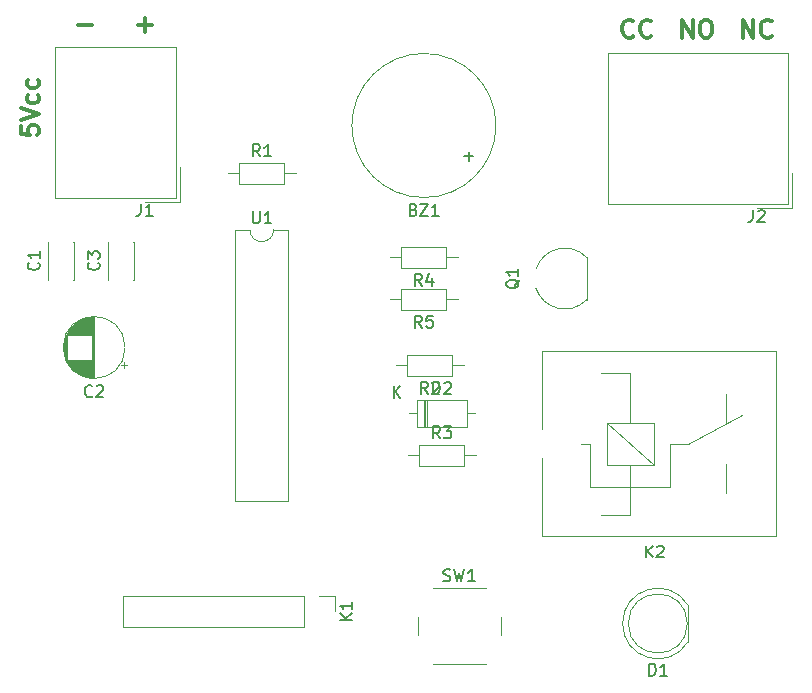
<source format=gbr>
%TF.GenerationSoftware,KiCad,Pcbnew,(5.1.7)-1*%
%TF.CreationDate,2021-08-01T15:47:44-03:00*%
%TF.ProjectId,cerradura digital,63657272-6164-4757-9261-206469676974,rev?*%
%TF.SameCoordinates,Original*%
%TF.FileFunction,Legend,Top*%
%TF.FilePolarity,Positive*%
%FSLAX46Y46*%
G04 Gerber Fmt 4.6, Leading zero omitted, Abs format (unit mm)*
G04 Created by KiCad (PCBNEW (5.1.7)-1) date 2021-08-01 15:47:44*
%MOMM*%
%LPD*%
G01*
G04 APERTURE LIST*
%ADD10C,0.300000*%
%ADD11C,0.120000*%
%ADD12C,0.150000*%
G04 APERTURE END LIST*
D10*
X119066571Y-58975428D02*
X119066571Y-59689714D01*
X119780857Y-59761142D01*
X119709428Y-59689714D01*
X119638000Y-59546857D01*
X119638000Y-59189714D01*
X119709428Y-59046857D01*
X119780857Y-58975428D01*
X119923714Y-58904000D01*
X120280857Y-58904000D01*
X120423714Y-58975428D01*
X120495142Y-59046857D01*
X120566571Y-59189714D01*
X120566571Y-59546857D01*
X120495142Y-59689714D01*
X120423714Y-59761142D01*
X119066571Y-58475428D02*
X120566571Y-57975428D01*
X119066571Y-57475428D01*
X120495142Y-56332571D02*
X120566571Y-56475428D01*
X120566571Y-56761142D01*
X120495142Y-56904000D01*
X120423714Y-56975428D01*
X120280857Y-57046857D01*
X119852285Y-57046857D01*
X119709428Y-56975428D01*
X119638000Y-56904000D01*
X119566571Y-56761142D01*
X119566571Y-56475428D01*
X119638000Y-56332571D01*
X120495142Y-55046857D02*
X120566571Y-55189714D01*
X120566571Y-55475428D01*
X120495142Y-55618285D01*
X120423714Y-55689714D01*
X120280857Y-55761142D01*
X119852285Y-55761142D01*
X119709428Y-55689714D01*
X119638000Y-55618285D01*
X119566571Y-55475428D01*
X119566571Y-55189714D01*
X119638000Y-55046857D01*
X128968571Y-50399142D02*
X130111428Y-50399142D01*
X129540000Y-50970571D02*
X129540000Y-49827714D01*
X123888571Y-50399142D02*
X125031428Y-50399142D01*
X180177428Y-51478571D02*
X180177428Y-49978571D01*
X181034571Y-51478571D01*
X181034571Y-49978571D01*
X182606000Y-51335714D02*
X182534571Y-51407142D01*
X182320285Y-51478571D01*
X182177428Y-51478571D01*
X181963142Y-51407142D01*
X181820285Y-51264285D01*
X181748857Y-51121428D01*
X181677428Y-50835714D01*
X181677428Y-50621428D01*
X181748857Y-50335714D01*
X181820285Y-50192857D01*
X181963142Y-50050000D01*
X182177428Y-49978571D01*
X182320285Y-49978571D01*
X182534571Y-50050000D01*
X182606000Y-50121428D01*
X175061714Y-51478571D02*
X175061714Y-49978571D01*
X175918857Y-51478571D01*
X175918857Y-49978571D01*
X176918857Y-49978571D02*
X177204571Y-49978571D01*
X177347428Y-50050000D01*
X177490285Y-50192857D01*
X177561714Y-50478571D01*
X177561714Y-50978571D01*
X177490285Y-51264285D01*
X177347428Y-51407142D01*
X177204571Y-51478571D01*
X176918857Y-51478571D01*
X176776000Y-51407142D01*
X176633142Y-51264285D01*
X176561714Y-50978571D01*
X176561714Y-50478571D01*
X176633142Y-50192857D01*
X176776000Y-50050000D01*
X176918857Y-49978571D01*
X170910285Y-51335714D02*
X170838857Y-51407142D01*
X170624571Y-51478571D01*
X170481714Y-51478571D01*
X170267428Y-51407142D01*
X170124571Y-51264285D01*
X170053142Y-51121428D01*
X169981714Y-50835714D01*
X169981714Y-50621428D01*
X170053142Y-50335714D01*
X170124571Y-50192857D01*
X170267428Y-50050000D01*
X170481714Y-49978571D01*
X170624571Y-49978571D01*
X170838857Y-50050000D01*
X170910285Y-50121428D01*
X172410285Y-51335714D02*
X172338857Y-51407142D01*
X172124571Y-51478571D01*
X171981714Y-51478571D01*
X171767428Y-51407142D01*
X171624571Y-51264285D01*
X171553142Y-51121428D01*
X171481714Y-50835714D01*
X171481714Y-50621428D01*
X171553142Y-50335714D01*
X171624571Y-50192857D01*
X171767428Y-50050000D01*
X171981714Y-49978571D01*
X172124571Y-49978571D01*
X172338857Y-50050000D01*
X172410285Y-50121428D01*
D11*
%TO.C,K1*%
X127702000Y-98746000D02*
X127702000Y-101406000D01*
X143002000Y-98746000D02*
X127702000Y-98746000D01*
X143002000Y-101406000D02*
X127702000Y-101406000D01*
X143002000Y-98746000D02*
X143002000Y-101406000D01*
X144272000Y-98746000D02*
X145602000Y-98746000D01*
X145602000Y-98746000D02*
X145602000Y-100076000D01*
%TO.C,U1*%
X140446000Y-67758000D02*
G75*
G02*
X138446000Y-67758000I-1000000J0D01*
G01*
X138446000Y-67758000D02*
X137196000Y-67758000D01*
X137196000Y-67758000D02*
X137196000Y-90738000D01*
X137196000Y-90738000D02*
X141696000Y-90738000D01*
X141696000Y-90738000D02*
X141696000Y-67758000D01*
X141696000Y-67758000D02*
X140446000Y-67758000D01*
%TO.C,SW1*%
X153908000Y-104560000D02*
X158408000Y-104560000D01*
X152658000Y-100560000D02*
X152658000Y-102060000D01*
X158408000Y-98060000D02*
X153908000Y-98060000D01*
X159658000Y-102060000D02*
X159658000Y-100560000D01*
%TO.C,R5*%
X155082000Y-74580000D02*
X155082000Y-72740000D01*
X155082000Y-72740000D02*
X151242000Y-72740000D01*
X151242000Y-72740000D02*
X151242000Y-74580000D01*
X151242000Y-74580000D02*
X155082000Y-74580000D01*
X156032000Y-73660000D02*
X155082000Y-73660000D01*
X150292000Y-73660000D02*
X151242000Y-73660000D01*
%TO.C,R4*%
X155082000Y-71024000D02*
X155082000Y-69184000D01*
X155082000Y-69184000D02*
X151242000Y-69184000D01*
X151242000Y-69184000D02*
X151242000Y-71024000D01*
X151242000Y-71024000D02*
X155082000Y-71024000D01*
X156032000Y-70104000D02*
X155082000Y-70104000D01*
X150292000Y-70104000D02*
X151242000Y-70104000D01*
%TO.C,R3*%
X152766000Y-85948000D02*
X152766000Y-87788000D01*
X152766000Y-87788000D02*
X156606000Y-87788000D01*
X156606000Y-87788000D02*
X156606000Y-85948000D01*
X156606000Y-85948000D02*
X152766000Y-85948000D01*
X151816000Y-86868000D02*
X152766000Y-86868000D01*
X157556000Y-86868000D02*
X156606000Y-86868000D01*
%TO.C,R2*%
X155590000Y-80168000D02*
X155590000Y-78328000D01*
X155590000Y-78328000D02*
X151750000Y-78328000D01*
X151750000Y-78328000D02*
X151750000Y-80168000D01*
X151750000Y-80168000D02*
X155590000Y-80168000D01*
X156540000Y-79248000D02*
X155590000Y-79248000D01*
X150800000Y-79248000D02*
X151750000Y-79248000D01*
%TO.C,R1*%
X137526000Y-62072000D02*
X137526000Y-63912000D01*
X137526000Y-63912000D02*
X141366000Y-63912000D01*
X141366000Y-63912000D02*
X141366000Y-62072000D01*
X141366000Y-62072000D02*
X137526000Y-62072000D01*
X136576000Y-62992000D02*
X137526000Y-62992000D01*
X142316000Y-62992000D02*
X141366000Y-62992000D01*
%TO.C,Q1*%
X166927684Y-70073555D02*
G75*
G03*
X162650000Y-71102000I-1827684J-1808445D01*
G01*
X166941741Y-73693875D02*
G75*
G02*
X162650000Y-72702000I-1841741J1811875D01*
G01*
X166950000Y-73682000D02*
X166950000Y-70082000D01*
%TO.C,K2*%
X163192000Y-87052000D02*
X163192000Y-93652000D01*
X163192000Y-78052000D02*
X163192000Y-84652000D01*
X163192000Y-78052000D02*
X182992000Y-78052000D01*
X182992000Y-78052000D02*
X182992000Y-93652000D01*
X182992000Y-93652000D02*
X163192000Y-93652000D01*
X178742000Y-90052000D02*
X178742000Y-87602000D01*
X178742000Y-81652000D02*
X178742000Y-84152000D01*
X168142000Y-91902000D02*
X170642000Y-91902000D01*
X167242000Y-85902000D02*
X166442000Y-85902000D01*
X170642000Y-79902000D02*
X168142000Y-79902000D01*
X174042000Y-85902000D02*
X175542000Y-85902000D01*
X175542000Y-85902000D02*
X180142000Y-83402000D01*
X174042000Y-89502000D02*
X167242000Y-89502000D01*
X174042000Y-85902000D02*
X174042000Y-89502000D01*
X167242000Y-85902000D02*
X167242000Y-89502000D01*
X170642000Y-79902000D02*
X170642000Y-84102000D01*
X170642000Y-87702000D02*
X170642000Y-91902000D01*
X172642000Y-87702000D02*
X168642000Y-84102000D01*
X168642000Y-87702000D02*
X168642000Y-84102000D01*
X168642000Y-84102000D02*
X172642000Y-84102000D01*
X172642000Y-84102000D02*
X172642000Y-87702000D01*
X172642000Y-87702000D02*
X168642000Y-87702000D01*
%TO.C,J2*%
X184356000Y-62936000D02*
X184356000Y-65936000D01*
X184356000Y-65936000D02*
X181356000Y-65936000D01*
X183976000Y-65556000D02*
X168736000Y-65556000D01*
X168736000Y-65556000D02*
X168736000Y-52816000D01*
X183976000Y-52816000D02*
X168736000Y-52816000D01*
X183976000Y-65556000D02*
X183976000Y-52816000D01*
X183976000Y-65556000D02*
X168736000Y-65556000D01*
X168736000Y-65556000D02*
X168736000Y-52816000D01*
X183976000Y-52816000D02*
X168736000Y-52816000D01*
X183976000Y-65556000D02*
X183976000Y-52816000D01*
%TO.C,J1*%
X132540000Y-62428000D02*
X132540000Y-65428000D01*
X132540000Y-65428000D02*
X129540000Y-65428000D01*
X132160000Y-65048000D02*
X121920000Y-65048000D01*
X121920000Y-65048000D02*
X121920000Y-52308000D01*
X132160000Y-52308000D02*
X121920000Y-52308000D01*
X132160000Y-65048000D02*
X132160000Y-52308000D01*
X132160000Y-65048000D02*
X121920000Y-65048000D01*
X121920000Y-65048000D02*
X121920000Y-52308000D01*
X132160000Y-52308000D02*
X121920000Y-52308000D01*
X132160000Y-65048000D02*
X132160000Y-52308000D01*
%TO.C,D2*%
X152566000Y-82192000D02*
X152566000Y-84432000D01*
X152566000Y-84432000D02*
X156806000Y-84432000D01*
X156806000Y-84432000D02*
X156806000Y-82192000D01*
X156806000Y-82192000D02*
X152566000Y-82192000D01*
X151916000Y-83312000D02*
X152566000Y-83312000D01*
X157456000Y-83312000D02*
X156806000Y-83312000D01*
X153286000Y-82192000D02*
X153286000Y-84432000D01*
X153406000Y-82192000D02*
X153406000Y-84432000D01*
X153166000Y-82192000D02*
X153166000Y-84432000D01*
%TO.C,D1*%
X169984000Y-101092462D02*
G75*
G02*
X175534000Y-99547170I2990000J462D01*
G01*
X169984000Y-101091538D02*
G75*
G03*
X175534000Y-102636830I2990000J-462D01*
G01*
X175474000Y-101092000D02*
G75*
G03*
X175474000Y-101092000I-2500000J0D01*
G01*
X175534000Y-102637000D02*
X175534000Y-99547000D01*
%TO.C,C3*%
X126388000Y-71998000D02*
X126388000Y-68758000D01*
X128628000Y-71998000D02*
X128628000Y-68758000D01*
X126388000Y-71998000D02*
X126453000Y-71998000D01*
X128563000Y-71998000D02*
X128628000Y-71998000D01*
X126388000Y-68758000D02*
X126453000Y-68758000D01*
X128563000Y-68758000D02*
X128628000Y-68758000D01*
%TO.C,C2*%
X127862000Y-77724000D02*
G75*
G03*
X127862000Y-77724000I-2620000J0D01*
G01*
X125242000Y-80304000D02*
X125242000Y-75144000D01*
X125202000Y-80304000D02*
X125202000Y-75144000D01*
X125162000Y-80303000D02*
X125162000Y-75145000D01*
X125122000Y-80302000D02*
X125122000Y-75146000D01*
X125082000Y-80300000D02*
X125082000Y-75148000D01*
X125042000Y-80297000D02*
X125042000Y-75151000D01*
X125002000Y-80293000D02*
X125002000Y-78764000D01*
X125002000Y-76684000D02*
X125002000Y-75155000D01*
X124962000Y-80289000D02*
X124962000Y-78764000D01*
X124962000Y-76684000D02*
X124962000Y-75159000D01*
X124922000Y-80285000D02*
X124922000Y-78764000D01*
X124922000Y-76684000D02*
X124922000Y-75163000D01*
X124882000Y-80280000D02*
X124882000Y-78764000D01*
X124882000Y-76684000D02*
X124882000Y-75168000D01*
X124842000Y-80274000D02*
X124842000Y-78764000D01*
X124842000Y-76684000D02*
X124842000Y-75174000D01*
X124802000Y-80267000D02*
X124802000Y-78764000D01*
X124802000Y-76684000D02*
X124802000Y-75181000D01*
X124762000Y-80260000D02*
X124762000Y-78764000D01*
X124762000Y-76684000D02*
X124762000Y-75188000D01*
X124722000Y-80252000D02*
X124722000Y-78764000D01*
X124722000Y-76684000D02*
X124722000Y-75196000D01*
X124682000Y-80244000D02*
X124682000Y-78764000D01*
X124682000Y-76684000D02*
X124682000Y-75204000D01*
X124642000Y-80235000D02*
X124642000Y-78764000D01*
X124642000Y-76684000D02*
X124642000Y-75213000D01*
X124602000Y-80225000D02*
X124602000Y-78764000D01*
X124602000Y-76684000D02*
X124602000Y-75223000D01*
X124562000Y-80215000D02*
X124562000Y-78764000D01*
X124562000Y-76684000D02*
X124562000Y-75233000D01*
X124521000Y-80204000D02*
X124521000Y-78764000D01*
X124521000Y-76684000D02*
X124521000Y-75244000D01*
X124481000Y-80192000D02*
X124481000Y-78764000D01*
X124481000Y-76684000D02*
X124481000Y-75256000D01*
X124441000Y-80179000D02*
X124441000Y-78764000D01*
X124441000Y-76684000D02*
X124441000Y-75269000D01*
X124401000Y-80166000D02*
X124401000Y-78764000D01*
X124401000Y-76684000D02*
X124401000Y-75282000D01*
X124361000Y-80152000D02*
X124361000Y-78764000D01*
X124361000Y-76684000D02*
X124361000Y-75296000D01*
X124321000Y-80138000D02*
X124321000Y-78764000D01*
X124321000Y-76684000D02*
X124321000Y-75310000D01*
X124281000Y-80122000D02*
X124281000Y-78764000D01*
X124281000Y-76684000D02*
X124281000Y-75326000D01*
X124241000Y-80106000D02*
X124241000Y-78764000D01*
X124241000Y-76684000D02*
X124241000Y-75342000D01*
X124201000Y-80089000D02*
X124201000Y-78764000D01*
X124201000Y-76684000D02*
X124201000Y-75359000D01*
X124161000Y-80072000D02*
X124161000Y-78764000D01*
X124161000Y-76684000D02*
X124161000Y-75376000D01*
X124121000Y-80053000D02*
X124121000Y-78764000D01*
X124121000Y-76684000D02*
X124121000Y-75395000D01*
X124081000Y-80034000D02*
X124081000Y-78764000D01*
X124081000Y-76684000D02*
X124081000Y-75414000D01*
X124041000Y-80014000D02*
X124041000Y-78764000D01*
X124041000Y-76684000D02*
X124041000Y-75434000D01*
X124001000Y-79992000D02*
X124001000Y-78764000D01*
X124001000Y-76684000D02*
X124001000Y-75456000D01*
X123961000Y-79971000D02*
X123961000Y-78764000D01*
X123961000Y-76684000D02*
X123961000Y-75477000D01*
X123921000Y-79948000D02*
X123921000Y-78764000D01*
X123921000Y-76684000D02*
X123921000Y-75500000D01*
X123881000Y-79924000D02*
X123881000Y-78764000D01*
X123881000Y-76684000D02*
X123881000Y-75524000D01*
X123841000Y-79899000D02*
X123841000Y-78764000D01*
X123841000Y-76684000D02*
X123841000Y-75549000D01*
X123801000Y-79873000D02*
X123801000Y-78764000D01*
X123801000Y-76684000D02*
X123801000Y-75575000D01*
X123761000Y-79846000D02*
X123761000Y-78764000D01*
X123761000Y-76684000D02*
X123761000Y-75602000D01*
X123721000Y-79819000D02*
X123721000Y-78764000D01*
X123721000Y-76684000D02*
X123721000Y-75629000D01*
X123681000Y-79789000D02*
X123681000Y-78764000D01*
X123681000Y-76684000D02*
X123681000Y-75659000D01*
X123641000Y-79759000D02*
X123641000Y-78764000D01*
X123641000Y-76684000D02*
X123641000Y-75689000D01*
X123601000Y-79728000D02*
X123601000Y-78764000D01*
X123601000Y-76684000D02*
X123601000Y-75720000D01*
X123561000Y-79695000D02*
X123561000Y-78764000D01*
X123561000Y-76684000D02*
X123561000Y-75753000D01*
X123521000Y-79661000D02*
X123521000Y-78764000D01*
X123521000Y-76684000D02*
X123521000Y-75787000D01*
X123481000Y-79625000D02*
X123481000Y-78764000D01*
X123481000Y-76684000D02*
X123481000Y-75823000D01*
X123441000Y-79588000D02*
X123441000Y-78764000D01*
X123441000Y-76684000D02*
X123441000Y-75860000D01*
X123401000Y-79550000D02*
X123401000Y-78764000D01*
X123401000Y-76684000D02*
X123401000Y-75898000D01*
X123361000Y-79509000D02*
X123361000Y-78764000D01*
X123361000Y-76684000D02*
X123361000Y-75939000D01*
X123321000Y-79467000D02*
X123321000Y-78764000D01*
X123321000Y-76684000D02*
X123321000Y-75981000D01*
X123281000Y-79423000D02*
X123281000Y-78764000D01*
X123281000Y-76684000D02*
X123281000Y-76025000D01*
X123241000Y-79377000D02*
X123241000Y-78764000D01*
X123241000Y-76684000D02*
X123241000Y-76071000D01*
X123201000Y-79329000D02*
X123201000Y-78764000D01*
X123201000Y-76684000D02*
X123201000Y-76119000D01*
X123161000Y-79278000D02*
X123161000Y-78764000D01*
X123161000Y-76684000D02*
X123161000Y-76170000D01*
X123121000Y-79224000D02*
X123121000Y-78764000D01*
X123121000Y-76684000D02*
X123121000Y-76224000D01*
X123081000Y-79167000D02*
X123081000Y-78764000D01*
X123081000Y-76684000D02*
X123081000Y-76281000D01*
X123041000Y-79107000D02*
X123041000Y-78764000D01*
X123041000Y-76684000D02*
X123041000Y-76341000D01*
X123001000Y-79043000D02*
X123001000Y-78764000D01*
X123001000Y-76684000D02*
X123001000Y-76405000D01*
X122961000Y-78975000D02*
X122961000Y-78764000D01*
X122961000Y-76684000D02*
X122961000Y-76473000D01*
X122921000Y-78902000D02*
X122921000Y-76546000D01*
X122881000Y-78822000D02*
X122881000Y-76626000D01*
X122841000Y-78735000D02*
X122841000Y-76713000D01*
X122801000Y-78639000D02*
X122801000Y-76809000D01*
X122761000Y-78529000D02*
X122761000Y-76919000D01*
X122721000Y-78401000D02*
X122721000Y-77047000D01*
X122681000Y-78242000D02*
X122681000Y-77206000D01*
X122641000Y-78008000D02*
X122641000Y-77440000D01*
X128046775Y-79199000D02*
X127546775Y-79199000D01*
X127796775Y-79449000D02*
X127796775Y-78949000D01*
%TO.C,C1*%
X121308000Y-71998000D02*
X121308000Y-68758000D01*
X123548000Y-71998000D02*
X123548000Y-68758000D01*
X121308000Y-71998000D02*
X121373000Y-71998000D01*
X123483000Y-71998000D02*
X123548000Y-71998000D01*
X121308000Y-68758000D02*
X121373000Y-68758000D01*
X123483000Y-68758000D02*
X123548000Y-68758000D01*
%TO.C,BZ1*%
X159272000Y-58928000D02*
G75*
G03*
X159272000Y-58928000I-6100000J0D01*
G01*
%TO.C,K1*%
D12*
X147054380Y-100814095D02*
X146054380Y-100814095D01*
X147054380Y-100242666D02*
X146482952Y-100671238D01*
X146054380Y-100242666D02*
X146625809Y-100814095D01*
X147054380Y-99290285D02*
X147054380Y-99861714D01*
X147054380Y-99576000D02*
X146054380Y-99576000D01*
X146197238Y-99671238D01*
X146292476Y-99766476D01*
X146340095Y-99861714D01*
%TO.C,U1*%
X138684095Y-66210380D02*
X138684095Y-67019904D01*
X138731714Y-67115142D01*
X138779333Y-67162761D01*
X138874571Y-67210380D01*
X139065047Y-67210380D01*
X139160285Y-67162761D01*
X139207904Y-67115142D01*
X139255523Y-67019904D01*
X139255523Y-66210380D01*
X140255523Y-67210380D02*
X139684095Y-67210380D01*
X139969809Y-67210380D02*
X139969809Y-66210380D01*
X139874571Y-66353238D01*
X139779333Y-66448476D01*
X139684095Y-66496095D01*
%TO.C,SW1*%
X154824666Y-97464761D02*
X154967523Y-97512380D01*
X155205619Y-97512380D01*
X155300857Y-97464761D01*
X155348476Y-97417142D01*
X155396095Y-97321904D01*
X155396095Y-97226666D01*
X155348476Y-97131428D01*
X155300857Y-97083809D01*
X155205619Y-97036190D01*
X155015142Y-96988571D01*
X154919904Y-96940952D01*
X154872285Y-96893333D01*
X154824666Y-96798095D01*
X154824666Y-96702857D01*
X154872285Y-96607619D01*
X154919904Y-96560000D01*
X155015142Y-96512380D01*
X155253238Y-96512380D01*
X155396095Y-96560000D01*
X155729428Y-96512380D02*
X155967523Y-97512380D01*
X156158000Y-96798095D01*
X156348476Y-97512380D01*
X156586571Y-96512380D01*
X157491333Y-97512380D02*
X156919904Y-97512380D01*
X157205619Y-97512380D02*
X157205619Y-96512380D01*
X157110380Y-96655238D01*
X157015142Y-96750476D01*
X156919904Y-96798095D01*
%TO.C,R5*%
X152995333Y-76032380D02*
X152662000Y-75556190D01*
X152423904Y-76032380D02*
X152423904Y-75032380D01*
X152804857Y-75032380D01*
X152900095Y-75080000D01*
X152947714Y-75127619D01*
X152995333Y-75222857D01*
X152995333Y-75365714D01*
X152947714Y-75460952D01*
X152900095Y-75508571D01*
X152804857Y-75556190D01*
X152423904Y-75556190D01*
X153900095Y-75032380D02*
X153423904Y-75032380D01*
X153376285Y-75508571D01*
X153423904Y-75460952D01*
X153519142Y-75413333D01*
X153757238Y-75413333D01*
X153852476Y-75460952D01*
X153900095Y-75508571D01*
X153947714Y-75603809D01*
X153947714Y-75841904D01*
X153900095Y-75937142D01*
X153852476Y-75984761D01*
X153757238Y-76032380D01*
X153519142Y-76032380D01*
X153423904Y-75984761D01*
X153376285Y-75937142D01*
%TO.C,R4*%
X152995333Y-72476380D02*
X152662000Y-72000190D01*
X152423904Y-72476380D02*
X152423904Y-71476380D01*
X152804857Y-71476380D01*
X152900095Y-71524000D01*
X152947714Y-71571619D01*
X152995333Y-71666857D01*
X152995333Y-71809714D01*
X152947714Y-71904952D01*
X152900095Y-71952571D01*
X152804857Y-72000190D01*
X152423904Y-72000190D01*
X153852476Y-71809714D02*
X153852476Y-72476380D01*
X153614380Y-71428761D02*
X153376285Y-72143047D01*
X153995333Y-72143047D01*
%TO.C,R3*%
X154519333Y-85400380D02*
X154186000Y-84924190D01*
X153947904Y-85400380D02*
X153947904Y-84400380D01*
X154328857Y-84400380D01*
X154424095Y-84448000D01*
X154471714Y-84495619D01*
X154519333Y-84590857D01*
X154519333Y-84733714D01*
X154471714Y-84828952D01*
X154424095Y-84876571D01*
X154328857Y-84924190D01*
X153947904Y-84924190D01*
X154852666Y-84400380D02*
X155471714Y-84400380D01*
X155138380Y-84781333D01*
X155281238Y-84781333D01*
X155376476Y-84828952D01*
X155424095Y-84876571D01*
X155471714Y-84971809D01*
X155471714Y-85209904D01*
X155424095Y-85305142D01*
X155376476Y-85352761D01*
X155281238Y-85400380D01*
X154995523Y-85400380D01*
X154900285Y-85352761D01*
X154852666Y-85305142D01*
%TO.C,R2*%
X153503333Y-81620380D02*
X153170000Y-81144190D01*
X152931904Y-81620380D02*
X152931904Y-80620380D01*
X153312857Y-80620380D01*
X153408095Y-80668000D01*
X153455714Y-80715619D01*
X153503333Y-80810857D01*
X153503333Y-80953714D01*
X153455714Y-81048952D01*
X153408095Y-81096571D01*
X153312857Y-81144190D01*
X152931904Y-81144190D01*
X153884285Y-80715619D02*
X153931904Y-80668000D01*
X154027142Y-80620380D01*
X154265238Y-80620380D01*
X154360476Y-80668000D01*
X154408095Y-80715619D01*
X154455714Y-80810857D01*
X154455714Y-80906095D01*
X154408095Y-81048952D01*
X153836666Y-81620380D01*
X154455714Y-81620380D01*
%TO.C,R1*%
X139279333Y-61524380D02*
X138946000Y-61048190D01*
X138707904Y-61524380D02*
X138707904Y-60524380D01*
X139088857Y-60524380D01*
X139184095Y-60572000D01*
X139231714Y-60619619D01*
X139279333Y-60714857D01*
X139279333Y-60857714D01*
X139231714Y-60952952D01*
X139184095Y-61000571D01*
X139088857Y-61048190D01*
X138707904Y-61048190D01*
X140231714Y-61524380D02*
X139660285Y-61524380D01*
X139946000Y-61524380D02*
X139946000Y-60524380D01*
X139850761Y-60667238D01*
X139755523Y-60762476D01*
X139660285Y-60810095D01*
%TO.C,Q1*%
X161247619Y-71977238D02*
X161200000Y-72072476D01*
X161104761Y-72167714D01*
X160961904Y-72310571D01*
X160914285Y-72405809D01*
X160914285Y-72501047D01*
X161152380Y-72453428D02*
X161104761Y-72548666D01*
X161009523Y-72643904D01*
X160819047Y-72691523D01*
X160485714Y-72691523D01*
X160295238Y-72643904D01*
X160200000Y-72548666D01*
X160152380Y-72453428D01*
X160152380Y-72262952D01*
X160200000Y-72167714D01*
X160295238Y-72072476D01*
X160485714Y-72024857D01*
X160819047Y-72024857D01*
X161009523Y-72072476D01*
X161104761Y-72167714D01*
X161152380Y-72262952D01*
X161152380Y-72453428D01*
X161152380Y-71072476D02*
X161152380Y-71643904D01*
X161152380Y-71358190D02*
X160152380Y-71358190D01*
X160295238Y-71453428D01*
X160390476Y-71548666D01*
X160438095Y-71643904D01*
%TO.C,K2*%
X171953904Y-95504380D02*
X171953904Y-94504380D01*
X172525333Y-95504380D02*
X172096761Y-94932952D01*
X172525333Y-94504380D02*
X171953904Y-95075809D01*
X172906285Y-94599619D02*
X172953904Y-94552000D01*
X173049142Y-94504380D01*
X173287238Y-94504380D01*
X173382476Y-94552000D01*
X173430095Y-94599619D01*
X173477714Y-94694857D01*
X173477714Y-94790095D01*
X173430095Y-94932952D01*
X172858666Y-95504380D01*
X173477714Y-95504380D01*
%TO.C,J2*%
X181022666Y-66088380D02*
X181022666Y-66802666D01*
X180975047Y-66945523D01*
X180879809Y-67040761D01*
X180736952Y-67088380D01*
X180641714Y-67088380D01*
X181451238Y-66183619D02*
X181498857Y-66136000D01*
X181594095Y-66088380D01*
X181832190Y-66088380D01*
X181927428Y-66136000D01*
X181975047Y-66183619D01*
X182022666Y-66278857D01*
X182022666Y-66374095D01*
X181975047Y-66516952D01*
X181403619Y-67088380D01*
X182022666Y-67088380D01*
%TO.C,J1*%
X129206666Y-65580380D02*
X129206666Y-66294666D01*
X129159047Y-66437523D01*
X129063809Y-66532761D01*
X128920952Y-66580380D01*
X128825714Y-66580380D01*
X130206666Y-66580380D02*
X129635238Y-66580380D01*
X129920952Y-66580380D02*
X129920952Y-65580380D01*
X129825714Y-65723238D01*
X129730476Y-65818476D01*
X129635238Y-65866095D01*
%TO.C,D2*%
X153947904Y-81644380D02*
X153947904Y-80644380D01*
X154186000Y-80644380D01*
X154328857Y-80692000D01*
X154424095Y-80787238D01*
X154471714Y-80882476D01*
X154519333Y-81072952D01*
X154519333Y-81215809D01*
X154471714Y-81406285D01*
X154424095Y-81501523D01*
X154328857Y-81596761D01*
X154186000Y-81644380D01*
X153947904Y-81644380D01*
X154900285Y-80739619D02*
X154947904Y-80692000D01*
X155043142Y-80644380D01*
X155281238Y-80644380D01*
X155376476Y-80692000D01*
X155424095Y-80739619D01*
X155471714Y-80834857D01*
X155471714Y-80930095D01*
X155424095Y-81072952D01*
X154852666Y-81644380D01*
X155471714Y-81644380D01*
X150614095Y-81964380D02*
X150614095Y-80964380D01*
X151185523Y-81964380D02*
X150756952Y-81392952D01*
X151185523Y-80964380D02*
X150614095Y-81535809D01*
%TO.C,D1*%
X172235904Y-105504380D02*
X172235904Y-104504380D01*
X172474000Y-104504380D01*
X172616857Y-104552000D01*
X172712095Y-104647238D01*
X172759714Y-104742476D01*
X172807333Y-104932952D01*
X172807333Y-105075809D01*
X172759714Y-105266285D01*
X172712095Y-105361523D01*
X172616857Y-105456761D01*
X172474000Y-105504380D01*
X172235904Y-105504380D01*
X173759714Y-105504380D02*
X173188285Y-105504380D01*
X173474000Y-105504380D02*
X173474000Y-104504380D01*
X173378761Y-104647238D01*
X173283523Y-104742476D01*
X173188285Y-104790095D01*
%TO.C,C3*%
X125615142Y-70544666D02*
X125662761Y-70592285D01*
X125710380Y-70735142D01*
X125710380Y-70830380D01*
X125662761Y-70973238D01*
X125567523Y-71068476D01*
X125472285Y-71116095D01*
X125281809Y-71163714D01*
X125138952Y-71163714D01*
X124948476Y-71116095D01*
X124853238Y-71068476D01*
X124758000Y-70973238D01*
X124710380Y-70830380D01*
X124710380Y-70735142D01*
X124758000Y-70592285D01*
X124805619Y-70544666D01*
X124710380Y-70211333D02*
X124710380Y-69592285D01*
X125091333Y-69925619D01*
X125091333Y-69782761D01*
X125138952Y-69687523D01*
X125186571Y-69639904D01*
X125281809Y-69592285D01*
X125519904Y-69592285D01*
X125615142Y-69639904D01*
X125662761Y-69687523D01*
X125710380Y-69782761D01*
X125710380Y-70068476D01*
X125662761Y-70163714D01*
X125615142Y-70211333D01*
%TO.C,C2*%
X125075333Y-81831142D02*
X125027714Y-81878761D01*
X124884857Y-81926380D01*
X124789619Y-81926380D01*
X124646761Y-81878761D01*
X124551523Y-81783523D01*
X124503904Y-81688285D01*
X124456285Y-81497809D01*
X124456285Y-81354952D01*
X124503904Y-81164476D01*
X124551523Y-81069238D01*
X124646761Y-80974000D01*
X124789619Y-80926380D01*
X124884857Y-80926380D01*
X125027714Y-80974000D01*
X125075333Y-81021619D01*
X125456285Y-81021619D02*
X125503904Y-80974000D01*
X125599142Y-80926380D01*
X125837238Y-80926380D01*
X125932476Y-80974000D01*
X125980095Y-81021619D01*
X126027714Y-81116857D01*
X126027714Y-81212095D01*
X125980095Y-81354952D01*
X125408666Y-81926380D01*
X126027714Y-81926380D01*
%TO.C,C1*%
X120535142Y-70544666D02*
X120582761Y-70592285D01*
X120630380Y-70735142D01*
X120630380Y-70830380D01*
X120582761Y-70973238D01*
X120487523Y-71068476D01*
X120392285Y-71116095D01*
X120201809Y-71163714D01*
X120058952Y-71163714D01*
X119868476Y-71116095D01*
X119773238Y-71068476D01*
X119678000Y-70973238D01*
X119630380Y-70830380D01*
X119630380Y-70735142D01*
X119678000Y-70592285D01*
X119725619Y-70544666D01*
X120630380Y-69592285D02*
X120630380Y-70163714D01*
X120630380Y-69878000D02*
X119630380Y-69878000D01*
X119773238Y-69973238D01*
X119868476Y-70068476D01*
X119916095Y-70163714D01*
%TO.C,BZ1*%
X152291047Y-66056571D02*
X152433904Y-66104190D01*
X152481523Y-66151809D01*
X152529142Y-66247047D01*
X152529142Y-66389904D01*
X152481523Y-66485142D01*
X152433904Y-66532761D01*
X152338666Y-66580380D01*
X151957714Y-66580380D01*
X151957714Y-65580380D01*
X152291047Y-65580380D01*
X152386285Y-65628000D01*
X152433904Y-65675619D01*
X152481523Y-65770857D01*
X152481523Y-65866095D01*
X152433904Y-65961333D01*
X152386285Y-66008952D01*
X152291047Y-66056571D01*
X151957714Y-66056571D01*
X152862476Y-65580380D02*
X153529142Y-65580380D01*
X152862476Y-66580380D01*
X153529142Y-66580380D01*
X154433904Y-66580380D02*
X153862476Y-66580380D01*
X154148190Y-66580380D02*
X154148190Y-65580380D01*
X154052952Y-65723238D01*
X153957714Y-65818476D01*
X153862476Y-65866095D01*
X156601047Y-61539428D02*
X157362952Y-61539428D01*
X156982000Y-61920380D02*
X156982000Y-61158476D01*
%TD*%
M02*

</source>
